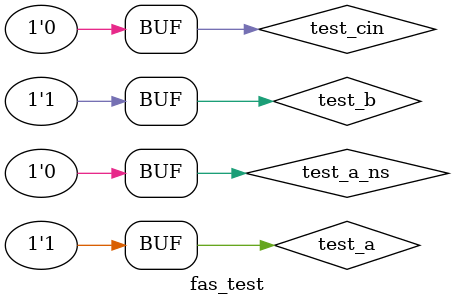
<source format=sv>
module fas_test;

logic test_a, test_b, test_cin, test_a_ns, test_s, test_cout;

fas uut(
    .a(test_a),
    .b(test_b),
    .cin(test_cin),
    .a_ns(test_a_ns),
    .s(test_s),
    .cout(test_cout)
);

initial begin
    test_a=1'b1;
    test_b=1'b1;
    test_cin=1'b0;
    test_a_ns=1'b0;

    #50;

    test_a_ns=1'b1;

    #50;

    test_a_ns=1'b0;

    #50;
end

endmodule

</source>
